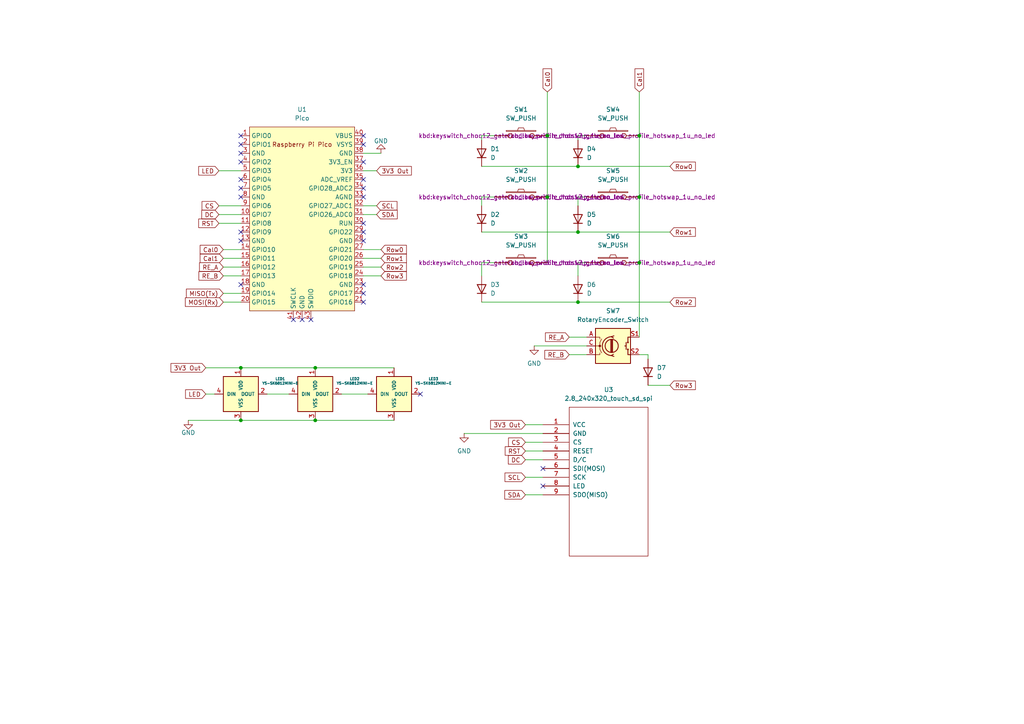
<source format=kicad_sch>
(kicad_sch (version 20231120) (generator "eeschema") (generator_version "8.0")
  (paper "A4")
  (lib_symbols
    (symbol "Device:D" (pin_numbers hide) (pin_names (offset 1.016) hide)
      (property "Reference" "D" (at 0 2.54 0))
      (property "Value" "D" (at 0 -2.54 0))
      (symbol "D_0_1"
        (polyline (pts (xy -1.27 1.27) (xy -1.27 -1.27)) (stroke (width 0.254)))
        (polyline (pts (xy 1.27 0) (xy -1.27 0)))
        (polyline (pts (xy 1.27 1.27) (xy 1.27 -1.27) (xy -1.27 0) (xy 1.27 1.27)) (stroke (width 0.254)))
      )
      (symbol "D_1_1"
        (pin passive line (at -3.81 0 0) (length 2.54) (name "K") (number "1"))
        (pin passive line (at 3.81 0 180) (length 2.54) (name "A") (number "2"))
      )
    )
    (symbol "Device:RotaryEncoder_Switch" (pin_names (offset 0.254) hide)
      (property "Reference" "SW" (at 0 6.604 0))
      (property "Value" "RotaryEncoder_Switch" (at 0 -6.604 0))
      (symbol "RotaryEncoder_Switch_0_1"
        (rectangle (start -5.08 5.08) (end 5.08 -5.08) (stroke (width 0.254)) (fill (type background)))
        (circle (center -3.81 0) (radius 0.254) (fill (type outline)))
        (circle (center -0.381 0) (radius 1.905) (stroke (width 0.254)))
        (arc (start -0.381 2.667) (mid -3.0988 -0.0635) (end -0.381 -2.794) (stroke (width 0.254)))
        (polyline (pts (xy -0.635 -1.778) (xy -0.635 1.778)) (stroke (width 0.254)))
        (polyline (pts (xy -0.381 -1.778) (xy -0.381 1.778)) (stroke (width 0.254)))
        (polyline (pts (xy -0.127 1.778) (xy -0.127 -1.778)) (stroke (width 0.254)))
        (polyline (pts (xy 3.81 0) (xy 3.429 0)) (stroke (width 0.254)))
        (polyline (pts (xy 3.81 1.016) (xy 3.81 -1.016)) (stroke (width 0.254)))
        (polyline (pts (xy -5.08 -2.54) (xy -3.81 -2.54) (xy -3.81 -2.032)))
        (polyline (pts (xy -5.08 2.54) (xy -3.81 2.54) (xy -3.81 2.032)))
        (polyline (pts (xy 0.254 -3.048) (xy -0.508 -2.794) (xy 0.127 -2.413)) (stroke (width 0.254)))
        (polyline (pts (xy 0.254 2.921) (xy -0.508 2.667) (xy 0.127 2.286)) (stroke (width 0.254)))
        (polyline (pts (xy 5.08 -2.54) (xy 4.318 -2.54) (xy 4.318 -1.016)) (stroke (width 0.254)))
        (polyline (pts (xy 5.08 2.54) (xy 4.318 2.54) (xy 4.318 1.016)) (stroke (width 0.254)))
        (polyline (pts (xy -5.08 0) (xy -3.81 0) (xy -3.81 -1.016) (xy -3.302 -2.032)))
        (polyline (pts (xy -4.318 0) (xy -3.81 0) (xy -3.81 1.016) (xy -3.302 2.032)))
        (circle (center 4.318 -1.016) (radius 0.127) (stroke (width 0.254)))
        (circle (center 4.318 1.016) (radius 0.127) (stroke (width 0.254)))
      )
      (symbol "RotaryEncoder_Switch_1_1"
        (pin passive line (at -7.62 2.54 0) (length 2.54) (name "A") (number "A"))
        (pin passive line (at -7.62 -2.54 0) (length 2.54) (name "B") (number "B"))
        (pin passive line (at -7.62 0 0) (length 2.54) (name "C") (number "C"))
        (pin passive line (at 7.62 2.54 180) (length 2.54) (name "S1") (number "S1"))
        (pin passive line (at 7.62 -2.54 180) (length 2.54) (name "S2") (number "S2"))
      )
    )
    (symbol "MCU_RaspberryPi_and_Boards:Pico"
      (property "Reference" "U" (at -13.97 27.94 0))
      (property "Value" "Pico" (at 0 19.05 0))
      (symbol "Pico_0_0"
        (text "Raspberry Pi Pico" (at 0 21.59 0) (effects (font (size 1.27 1.27))))
      )
      (symbol "Pico_0_1"
        (rectangle (start -15.24 26.67) (end 15.24 -26.67) (fill (type background)))
      )
      (symbol "Pico_1_1"
        (pin bidirectional line (at -17.78 24.13 0) (length 2.54) (name "GPIO0") (number "1"))
        (pin bidirectional line (at -17.78 1.27 0) (length 2.54) (name "GPIO7") (number "10"))
        (pin bidirectional line (at -17.78 -1.27 0) (length 2.54) (name "GPIO8") (number "11"))
        (pin bidirectional line (at -17.78 -3.81 0) (length 2.54) (name "GPIO9") (number "12"))
        (pin power_in line (at -17.78 -6.35 0) (length 2.54) (name "GND") (number "13"))
        (pin bidirectional line (at -17.78 -8.89 0) (length 2.54) (name "GPIO10") (number "14"))
        (pin bidirectional line (at -17.78 -11.43 0) (length 2.54) (name "GPIO11") (number "15"))
        (pin bidirectional line (at -17.78 -13.97 0) (length 2.54) (name "GPIO12") (number "16"))
        (pin bidirectional line (at -17.78 -16.51 0) (length 2.54) (name "GPIO13") (number "17"))
        (pin power_in line (at -17.78 -19.05 0) (length 2.54) (name "GND") (number "18"))
        (pin bidirectional line (at -17.78 -21.59 0) (length 2.54) (name "GPIO14") (number "19"))
        (pin bidirectional line (at -17.78 21.59 0) (length 2.54) (name "GPIO1") (number "2"))
        (pin bidirectional line (at -17.78 -24.13 0) (length 2.54) (name "GPIO15") (number "20"))
        (pin bidirectional line (at 17.78 -24.13 180) (length 2.54) (name "GPIO16") (number "21"))
        (pin bidirectional line (at 17.78 -21.59 180) (length 2.54) (name "GPIO17") (number "22"))
        (pin power_in line (at 17.78 -19.05 180) (length 2.54) (name "GND") (number "23"))
        (pin bidirectional line (at 17.78 -16.51 180) (length 2.54) (name "GPIO18") (number "24"))
        (pin bidirectional line (at 17.78 -13.97 180) (length 2.54) (name "GPIO19") (number "25"))
        (pin bidirectional line (at 17.78 -11.43 180) (length 2.54) (name "GPIO20") (number "26"))
        (pin bidirectional line (at 17.78 -8.89 180) (length 2.54) (name "GPIO21") (number "27"))
        (pin power_in line (at 17.78 -6.35 180) (length 2.54) (name "GND") (number "28"))
        (pin bidirectional line (at 17.78 -3.81 180) (length 2.54) (name "GPIO22") (number "29"))
        (pin power_in line (at -17.78 19.05 0) (length 2.54) (name "GND") (number "3"))
        (pin input line (at 17.78 -1.27 180) (length 2.54) (name "RUN") (number "30"))
        (pin bidirectional line (at 17.78 1.27 180) (length 2.54) (name "GPIO26_ADC0") (number "31"))
        (pin bidirectional line (at 17.78 3.81 180) (length 2.54) (name "GPIO27_ADC1") (number "32"))
        (pin power_in line (at 17.78 6.35 180) (length 2.54) (name "AGND") (number "33"))
        (pin bidirectional line (at 17.78 8.89 180) (length 2.54) (name "GPIO28_ADC2") (number "34"))
        (pin power_in line (at 17.78 11.43 180) (length 2.54) (name "ADC_VREF") (number "35"))
        (pin power_in line (at 17.78 13.97 180) (length 2.54) (name "3V3") (number "36"))
        (pin input line (at 17.78 16.51 180) (length 2.54) (name "3V3_EN") (number "37"))
        (pin bidirectional line (at 17.78 19.05 180) (length 2.54) (name "GND") (number "38"))
        (pin power_in line (at 17.78 21.59 180) (length 2.54) (name "VSYS") (number "39"))
        (pin bidirectional line (at -17.78 16.51 0) (length 2.54) (name "GPIO2") (number "4"))
        (pin power_in line (at 17.78 24.13 180) (length 2.54) (name "VBUS") (number "40"))
        (pin input line (at -2.54 -29.21 90) (length 2.54) (name "SWCLK") (number "41"))
        (pin power_in line (at 0 -29.21 90) (length 2.54) (name "GND") (number "42"))
        (pin bidirectional line (at 2.54 -29.21 90) (length 2.54) (name "SWDIO") (number "43"))
        (pin bidirectional line (at -17.78 13.97 0) (length 2.54) (name "GPIO3") (number "5"))
        (pin bidirectional line (at -17.78 11.43 0) (length 2.54) (name "GPIO4") (number "6"))
        (pin bidirectional line (at -17.78 8.89 0) (length 2.54) (name "GPIO5") (number "7"))
        (pin power_in line (at -17.78 6.35 0) (length 2.54) (name "GND") (number "8"))
        (pin bidirectional line (at -17.78 3.81 0) (length 2.54) (name "GPIO6") (number "9"))
      )
    )
    (symbol "TFT Displays:2.8_240x320_touch_sd_spi" (pin_names (offset 1.016))
      (property "Reference" "U3" (at 0 26.67 0))
      (property "Value" "2.8_240x320_touch_sd_spi" (at 0 24.13 0))
      (symbol "2.8_240x320_touch_sd_spi_1_0"
        (rectangle (start -11.43 -21.59) (end 11.43 21.59))
      )
      (symbol "2.8_240x320_touch_sd_spi_1_1"
        (pin passive line (at -19.05 16.51 0) (length 7.62) (name "VCC") (number "1"))
        (pin passive line (at -19.05 13.97 0) (length 7.62) (name "GND") (number "2"))
        (pin passive line (at -19.05 11.43 0) (length 7.62) (name "CS") (number "3"))
        (pin passive line (at -19.05 8.89 0) (length 7.62) (name "RESET") (number "4"))
        (pin passive line (at -19.05 6.35 0) (length 7.62) (name "D/C") (number "5"))
        (pin passive line (at -19.05 3.81 0) (length 7.62) (name "SDI(MOSI)") (number "6"))
        (pin passive line (at -19.05 1.27 0) (length 7.62) (name "SCK") (number "7"))
        (pin passive line (at -19.05 -1.27 0) (length 7.62) (name "LED") (number "8"))
        (pin passive line (at -19.05 -3.81 0) (length 7.62) (name "SDO(MISO)") (number "9"))
      )
    )
    (symbol "kbd:SW_PUSH" (pin_numbers hide) (pin_names (offset 1.016) hide)
      (property "Reference" "SW" (at 3.81 2.794 0))
      (property "Value" "SW_PUSH" (at 0 -2.032 0))
      (symbol "SW_PUSH_0_1"
        (rectangle (start -4.318 1.27) (end 4.318 1.524))
        (polyline (pts (xy -1.016 1.524) (xy -0.762 2.286) (xy 0.762 2.286) (xy 1.016 1.524)))
        (pin passive inverted (at -7.62 0 0) (length 5.08) (name "1") (number "1"))
        (pin passive inverted (at 7.62 0 180) (length 5.08) (name "2") (number "2"))
      )
    )
    (symbol "kbd:YS-SK6812MINI-E" (pin_names (offset 1.016))
      (property "Reference" "LED" (at 2.54 -7.62 0))
      (property "Value" "YS-SK6812MINI-E" (at 6.35 -6.35 0))
      (symbol "YS-SK6812MINI-E_0_1"
        (rectangle (start -5.08 5.08) (end 5.08 -5.08) (stroke (width 0.254)) (fill (type background)))
      )
      (symbol "YS-SK6812MINI-E_1_1"
        (pin power_in line (at 0 7.62 270) (length 2.54) (name "VDD") (number "1"))
        (pin output line (at 7.62 0 180) (length 2.54) (name "DOUT") (number "2"))
        (pin power_in line (at 0 -7.62 90) (length 2.54) (name "VSS") (number "3"))
        (pin input line (at -7.62 0 0) (length 2.54) (name "DIN") (number "4"))
      )
    )
    (symbol "power:GND" (power) (pin_numbers hide) (pin_names (offset 0) hide)
      (property "Value" "GND" (at 0 -3.81 0))
      (symbol "GND_0_1"
        (polyline (pts (xy 0 0) (xy 0 -1.27) (xy 1.27 -1.27) (xy 0 -2.54) (xy -1.27 -1.27) (xy 0 -1.27)))
      )
      (symbol "GND_1_1"
        (pin power_in line (at 0 0 270) (length 0) (name "~") (number "1"))
      )
    )
  )
  (junction (at 185.42 57.15))
  (junction (at 69.85 121.92))
  (junction (at 69.85 106.68))
  (junction (at 91.44 121.92))
  (junction (at 158.75 39.37))
  (junction (at 167.64 87.63))
  (junction (at 185.42 39.37))
  (junction (at 185.42 76.2))
  (junction (at 167.64 67.31))
  (junction (at 167.64 48.26))
  (junction (at 91.44 106.68))
  (junction (at 158.75 57.15))
  (no_connect (at 105.41 67.31))
  (no_connect (at 69.85 67.31))
  (no_connect (at 85.09 92.71))
  (no_connect (at 105.41 82.55))
  (no_connect (at 105.41 39.37))
  (no_connect (at 69.85 46.99))
  (no_connect (at 105.41 64.77))
  (no_connect (at 90.17 92.71))
  (no_connect (at 69.85 44.45))
  (no_connect (at 69.85 39.37))
  (no_connect (at 157.48 140.97))
  (no_connect (at 69.85 57.15))
  (no_connect (at 69.85 69.85))
  (no_connect (at 69.85 52.07))
  (no_connect (at 157.48 135.89))
  (no_connect (at 105.41 69.85))
  (no_connect (at 105.41 57.15))
  (no_connect (at 87.63 92.71))
  (no_connect (at 105.41 54.61))
  (no_connect (at 105.41 41.91))
  (no_connect (at 69.85 54.61))
  (no_connect (at 69.85 41.91))
  (no_connect (at 105.41 87.63))
  (no_connect (at 69.85 82.55))
  (no_connect (at 105.41 46.99))
  (no_connect (at 105.41 85.09))
  (no_connect (at 105.41 52.07))
  (no_connect (at 121.92 114.3))
  (wire (pts (xy 64.77 85.09) (xy 69.85 85.09)))
  (wire (pts (xy 139.7 57.15) (xy 139.7 59.69)))
  (wire (pts (xy 167.64 67.31) (xy 194.31 67.31)))
  (wire (pts (xy 185.42 26.67) (xy 185.42 39.37)))
  (wire (pts (xy 105.41 62.23) (xy 109.22 62.23)))
  (wire (pts (xy 152.4 133.35) (xy 157.48 133.35)))
  (wire (pts (xy 152.4 138.43) (xy 157.48 138.43)))
  (wire (pts (xy 105.41 80.01) (xy 110.49 80.01)))
  (wire (pts (xy 105.41 44.45) (xy 110.49 44.45)))
  (wire (pts (xy 143.51 76.2) (xy 139.7 76.2)))
  (wire (pts (xy 185.42 39.37) (xy 185.42 57.15)))
  (wire (pts (xy 170.18 39.37) (xy 167.64 39.37)))
  (wire (pts (xy 167.64 39.37) (xy 167.64 40.64)))
  (wire (pts (xy 167.64 48.26) (xy 194.31 48.26)))
  (wire (pts (xy 170.18 76.2) (xy 167.64 76.2)))
  (wire (pts (xy 105.41 49.53) (xy 109.22 49.53)))
  (wire (pts (xy 185.42 76.2) (xy 185.42 97.79)))
  (wire (pts (xy 154.94 100.33) (xy 170.18 100.33)))
  (wire (pts (xy 139.7 76.2) (xy 139.7 80.01)))
  (wire (pts (xy 105.41 74.93) (xy 110.49 74.93)))
  (wire (pts (xy 158.75 26.67) (xy 158.75 39.37)))
  (wire (pts (xy 170.18 57.15) (xy 167.64 57.15)))
  (wire (pts (xy 167.64 87.63) (xy 139.7 87.63)))
  (wire (pts (xy 91.44 121.92) (xy 114.3 121.92)))
  (wire (pts (xy 64.77 74.93) (xy 69.85 74.93)))
  (wire (pts (xy 64.77 77.47) (xy 69.85 77.47)))
  (wire (pts (xy 165.1 102.87) (xy 170.18 102.87)))
  (wire (pts (xy 134.62 125.73) (xy 157.48 125.73)))
  (wire (pts (xy 59.69 114.3) (xy 62.23 114.3)))
  (wire (pts (xy 139.7 39.37) (xy 139.7 40.64)))
  (wire (pts (xy 194.31 87.63) (xy 167.64 87.63)))
  (wire (pts (xy 54.61 121.92) (xy 69.85 121.92)))
  (wire (pts (xy 185.42 102.87) (xy 187.96 102.87)))
  (wire (pts (xy 143.51 57.15) (xy 139.7 57.15)))
  (wire (pts (xy 99.06 114.3) (xy 106.68 114.3)))
  (wire (pts (xy 165.1 97.79) (xy 170.18 97.79)))
  (wire (pts (xy 69.85 121.92) (xy 91.44 121.92)))
  (wire (pts (xy 63.5 64.77) (xy 69.85 64.77)))
  (wire (pts (xy 105.41 77.47) (xy 110.49 77.47)))
  (wire (pts (xy 91.44 106.68) (xy 114.3 106.68)))
  (wire (pts (xy 63.5 59.69) (xy 69.85 59.69)))
  (wire (pts (xy 167.64 57.15) (xy 167.64 59.69)))
  (wire (pts (xy 105.41 72.39) (xy 110.49 72.39)))
  (wire (pts (xy 152.4 130.81) (xy 157.48 130.81)))
  (wire (pts (xy 64.77 80.01) (xy 69.85 80.01)))
  (wire (pts (xy 167.64 76.2) (xy 167.64 80.01)))
  (wire (pts (xy 158.75 57.15) (xy 158.75 76.2)))
  (wire (pts (xy 139.7 48.26) (xy 167.64 48.26)))
  (wire (pts (xy 158.75 39.37) (xy 158.75 57.15)))
  (wire (pts (xy 69.85 106.68) (xy 91.44 106.68)))
  (wire (pts (xy 64.77 72.39) (xy 69.85 72.39)))
  (wire (pts (xy 105.41 59.69) (xy 109.22 59.69)))
  (wire (pts (xy 77.47 114.3) (xy 83.82 114.3)))
  (wire (pts (xy 187.96 111.76) (xy 194.31 111.76)))
  (wire (pts (xy 63.5 49.53) (xy 69.85 49.53)))
  (wire (pts (xy 187.96 102.87) (xy 187.96 104.14)))
  (wire (pts (xy 143.51 39.37) (xy 139.7 39.37)))
  (wire (pts (xy 59.69 106.68) (xy 69.85 106.68)))
  (wire (pts (xy 185.42 57.15) (xy 185.42 76.2)))
  (wire (pts (xy 152.4 128.27) (xy 157.48 128.27)))
  (wire (pts (xy 152.4 123.19) (xy 157.48 123.19)))
  (wire (pts (xy 63.5 62.23) (xy 69.85 62.23)))
  (wire (pts (xy 139.7 67.31) (xy 167.64 67.31)))
  (wire (pts (xy 152.4 143.51) (xy 157.48 143.51)))
  (wire (pts (xy 64.77 87.63) (xy 69.85 87.63)))
  (global_label "SDA" (shape input) (at 152.4 143.51 180) (property "Intersheetrefs" "${INTERSHEET_REFS}" (effects (hide yes))))
  (global_label "SCL" (shape input) (at 152.4 138.43 180) (property "Intersheetrefs" "${INTERSHEET_REFS}" (effects (hide yes))))
  (global_label "3V3 Out" (shape input) (at 152.4 123.19 180) (property "Intersheetrefs" "${INTERSHEET_REFS}" (effects (hide yes))))
  (global_label "SCL" (shape input) (at 109.22 59.69 0) (property "Intersheetrefs" "${INTERSHEET_REFS}" (effects (hide yes))))
  (global_label "Row0" (shape input) (at 194.31 48.26 0) (property "Intersheetrefs" "${INTERSHEET_REFS}" (effects (hide yes))))
  (global_label "SDA" (shape input) (at 109.22 62.23 0) (property "Intersheetrefs" "${INTERSHEET_REFS}" (effects (hide yes))))
  (global_label "Row2" (shape input) (at 194.31 87.63 0) (property "Intersheetrefs" "${INTERSHEET_REFS}" (effects (hide yes))))
  (global_label "Row1" (shape input) (at 110.49 74.93 0) (property "Intersheetrefs" "${INTERSHEET_REFS}" (effects (hide yes))))
  (global_label "RE_A" (shape input) (at 64.77 77.47 180) (property "Intersheetrefs" "${INTERSHEET_REFS}" (effects (hide yes))))
  (global_label "CS" (shape input) (at 63.5 59.69 180) (property "Intersheetrefs" "${INTERSHEET_REFS}" (effects (hide yes))))
  (global_label "Row2" (shape input) (at 110.49 77.47 0) (property "Intersheetrefs" "${INTERSHEET_REFS}" (effects (hide yes))))
  (global_label "Row1" (shape input) (at 194.31 67.31 0) (property "Intersheetrefs" "${INTERSHEET_REFS}" (effects (hide yes))))
  (global_label "LED" (shape input) (at 63.5 49.53 180) (property "Intersheetrefs" "${INTERSHEET_REFS}" (effects (hide yes))))
  (global_label "MOSI(Rx)" (shape input) (at 64.77 87.63 180) (property "Intersheetrefs" "${INTERSHEET_REFS}" (effects (hide yes))))
  (global_label "Cal0" (shape input) (at 158.75 26.67 90) (property "Intersheetrefs" "${INTERSHEET_REFS}" (effects (hide yes))))
  (global_label "3V3 Out" (shape input) (at 59.69 106.68 180) (property "Intersheetrefs" "${INTERSHEET_REFS}" (effects (hide yes))))
  (global_label "MISO(Tx)" (shape input) (at 64.77 85.09 180) (property "Intersheetrefs" "${INTERSHEET_REFS}" (effects (hide yes))))
  (global_label "Cal1" (shape input) (at 64.77 74.93 180) (property "Intersheetrefs" "${INTERSHEET_REFS}" (effects (hide yes))))
  (global_label "Cal0" (shape input) (at 64.77 72.39 180) (property "Intersheetrefs" "${INTERSHEET_REFS}" (effects (hide yes))))
  (global_label "RST" (shape input) (at 152.4 130.81 180) (property "Intersheetrefs" "${INTERSHEET_REFS}" (effects (hide yes))))
  (global_label "Row3" (shape input) (at 194.31 111.76 0) (property "Intersheetrefs" "${INTERSHEET_REFS}" (effects (hide yes))))
  (global_label "Row3" (shape input) (at 110.49 80.01 0) (property "Intersheetrefs" "${INTERSHEET_REFS}" (effects (hide yes))))
  (global_label "CS" (shape input) (at 152.4 128.27 180) (property "Intersheetrefs" "${INTERSHEET_REFS}" (effects (hide yes))))
  (global_label "DC" (shape input) (at 152.4 133.35 180) (property "Intersheetrefs" "${INTERSHEET_REFS}" (effects (hide yes))))
  (global_label "RST" (shape input) (at 63.5 64.77 180) (property "Intersheetrefs" "${INTERSHEET_REFS}" (effects (hide yes))))
  (global_label "Row0" (shape input) (at 110.49 72.39 0) (property "Intersheetrefs" "${INTERSHEET_REFS}" (effects (hide yes))))
  (global_label "3V3 Out" (shape input) (at 109.22 49.53 0) (property "Intersheetrefs" "${INTERSHEET_REFS}" (effects (hide yes))))
  (global_label "DC" (shape input) (at 63.5 62.23 180) (property "Intersheetrefs" "${INTERSHEET_REFS}" (effects (hide yes))))
  (global_label "RE_B" (shape input) (at 165.1 102.87 180) (property "Intersheetrefs" "${INTERSHEET_REFS}" (effects (hide yes))))
  (global_label "RE_B" (shape input) (at 64.77 80.01 180) (property "Intersheetrefs" "${INTERSHEET_REFS}" (effects (hide yes))))
  (global_label "Cal1" (shape input) (at 185.42 26.67 90) (property "Intersheetrefs" "${INTERSHEET_REFS}" (effects (hide yes))))
  (global_label "RE_A" (shape input) (at 165.1 97.79 180) (property "Intersheetrefs" "${INTERSHEET_REFS}" (effects (hide yes))))
  (global_label "LED" (shape input) (at 59.69 114.3 180) (property "Intersheetrefs" "${INTERSHEET_REFS}" (effects (hide yes))))
  (symbol (lib_id "kbd:YS-SK6812MINI-E") (at 91.44 114.3 0) (unit 1)
    (property "Reference" "LED2" (at 102.87 109.8865 0) (effects (font (size 0.7366 0.7366))))
    (property "Value" "YS-SK6812MINI-E" (at 102.87 111.1565 0) (effects (font (size 0.7366 0.7366))))
    (property "Footprint" "kbd:YS-SK6812MINI-E" (effects (hide yes)))
  )
  (symbol (lib_id "kbd:SW_PUSH") (at 177.8 39.37 0) (unit 1)
    (property "Reference" "SW4" (at 177.8 31.75 0))
    (property "Value" "SW_PUSH" (at 177.8 34.29 0))
    (property "Footprint" "kbd:keyswitch_choc12_gateron_low_profile_hotswap_1u_no_led" (at 177.8 39.37 0))
  )
  (symbol (lib_id "power:GND") (at 54.61 121.92 0) (unit 1)
    (property "Reference" "#PWR06" (effects (hide yes)))
    (property "Value" "GND" (at 54.61 125.476 0))
    (property "Description" "Power symbol creates a global label with name \"GND\" , ground" (effects (hide yes)))
  )
  (symbol (lib_id "Device:D") (at 139.7 83.82 90) (unit 1)
    (property "Reference" "D3" (at 142.24 82.5499 90) (effects (justify right)))
    (property "Value" "D" (at 142.24 85.0899 90) (effects (justify right)))
    (property "Footprint" "kbd_parts:D_SOD-123-Pretty" (effects (hide yes)))
    (property "Description" "Diode" (effects (hide yes)))
    (property "Sim.Device" "D" (effects (hide yes)))
    (property "Sim.Pins" "1=K 2=A" (effects (hide yes)))
  )
  (symbol (lib_id "Device:D") (at 167.64 63.5 90) (unit 1)
    (property "Reference" "D5" (at 170.18 62.2299 90) (effects (justify right)))
    (property "Value" "D" (at 170.18 64.7699 90) (effects (justify right)))
    (property "Footprint" "kbd_parts:D_SOD-123-Pretty" (effects (hide yes)))
    (property "Description" "Diode" (effects (hide yes)))
    (property "Sim.Device" "D" (effects (hide yes)))
    (property "Sim.Pins" "1=K 2=A" (effects (hide yes)))
  )
  (symbol (lib_id "Device:D") (at 139.7 44.45 90) (unit 1)
    (property "Reference" "D1" (at 142.24 43.1799 90) (effects (justify right)))
    (property "Value" "D" (at 142.24 45.7199 90) (effects (justify right)))
    (property "Footprint" "kbd_parts:D_SOD-123-Pretty" (effects (hide yes)))
    (property "Description" "Diode" (effects (hide yes)))
    (property "Sim.Device" "D" (effects (hide yes)))
    (property "Sim.Pins" "1=K 2=A" (effects (hide yes)))
  )
  (symbol (lib_id "kbd:SW_PUSH") (at 177.8 57.15 0) (unit 1)
    (property "Reference" "SW5" (at 177.8 49.53 0))
    (property "Value" "SW_PUSH" (at 177.8 52.07 0))
    (property "Footprint" "kbd:keyswitch_choc12_gateron_low_profile_hotswap_1u_no_led" (at 177.8 57.15 0))
  )
  (symbol (lib_id "kbd:YS-SK6812MINI-E") (at 69.85 114.3 0) (unit 1)
    (property "Reference" "LED1" (at 81.28 109.8865 0) (effects (font (size 0.7366 0.7366))))
    (property "Value" "YS-SK6812MINI-E" (at 81.28 111.1565 0) (effects (font (size 0.7366 0.7366))))
    (property "Footprint" "kbd:YS-SK6812MINI-E" (effects (hide yes)))
  )
  (symbol (lib_id "Device:RotaryEncoder_Switch") (at 177.8 100.33 0) (unit 1)
    (property "Reference" "SW7" (at 177.8 90.17 0))
    (property "Value" "RotaryEncoder_Switch" (at 177.8 92.71 0))
    (property "Footprint" "Rotary_Encoder:RotaryEncoder_Bourns_Vertical_PEC12R-3x17F-Sxxxx" (effects (hide yes)))
    (property "Description" "Rotary encoder, dual channel, incremental quadrate outputs, with switch" (effects (hide yes)))
  )
  (symbol (lib_id "kbd:YS-SK6812MINI-E") (at 114.3 114.3 0) (unit 1)
    (property "Reference" "LED3" (at 125.73 109.8865 0) (effects (font (size 0.7366 0.7366))))
    (property "Value" "YS-SK6812MINI-E" (at 125.73 111.1565 0) (effects (font (size 0.7366 0.7366))))
    (property "Footprint" "kbd:YS-SK6812MINI-E" (effects (hide yes)))
  )
  (symbol (lib_id "power:GND") (at 110.49 44.45 0) (mirror x) (unit 1)
    (property "Reference" "#PWR04" (effects (hide yes)))
    (property "Value" "GND" (at 110.49 40.894 0))
    (property "Description" "Power symbol creates a global label with name \"GND\" , ground" (effects (hide yes)))
  )
  (symbol (lib_id "Device:D") (at 187.96 107.95 90) (unit 1)
    (property "Reference" "D7" (at 190.5 106.6799 90) (effects (justify right)))
    (property "Value" "D" (at 190.5 109.2199 90) (effects (justify right)))
    (property "Footprint" "kbd_parts:D_SOD-123-Pretty" (effects (hide yes)))
    (property "Description" "Diode" (effects (hide yes)))
    (property "Sim.Device" "D" (effects (hide yes)))
    (property "Sim.Pins" "1=K 2=A" (effects (hide yes)))
  )
  (symbol (lib_id "Device:D") (at 167.64 44.45 90) (unit 1)
    (property "Reference" "D4" (at 170.18 43.1799 90) (effects (justify right)))
    (property "Value" "D" (at 170.18 45.7199 90) (effects (justify right)))
    (property "Footprint" "kbd_parts:D_SOD-123-Pretty" (effects (hide yes)))
    (property "Description" "Diode" (effects (hide yes)))
    (property "Sim.Device" "D" (effects (hide yes)))
    (property "Sim.Pins" "1=K 2=A" (effects (hide yes)))
  )
  (symbol (lib_id "Device:D") (at 167.64 83.82 90) (unit 1)
    (property "Reference" "D6" (at 170.18 82.5499 90) (effects (justify right)))
    (property "Value" "D" (at 170.18 85.0899 90) (effects (justify right)))
    (property "Footprint" "kbd_parts:D_SOD-123-Pretty" (effects (hide yes)))
    (property "Description" "Diode" (effects (hide yes)))
    (property "Sim.Device" "D" (effects (hide yes)))
    (property "Sim.Pins" "1=K 2=A" (effects (hide yes)))
  )
  (symbol (lib_id "power:GND") (at 134.62 125.73 0) (unit 1)
    (property "Reference" "#PWR02" (effects (hide yes)))
    (property "Value" "GND" (at 134.62 130.81 0))
    (property "Description" "Power symbol creates a global label with name \"GND\" , ground" (effects (hide yes)))
  )
  (symbol (lib_id "TFT Displays:2.8_240x320_touch_sd_spi") (at 176.53 139.7 0) (unit 1)
    (property "Reference" "U3" (at 176.53 113.03 0))
    (property "Value" "2.8_240x320_touch_sd_spi" (at 176.53 115.57 0))
    (property "Footprint" "original_tft_display:2.8_tft_240x320_touch_sd_spi" (effects (hide yes)))
    (property "Datasheet" "DOCUMENTATION" (effects (hide yes)))
  )
  (symbol (lib_id "kbd:SW_PUSH") (at 151.13 76.2 0) (unit 1)
    (property "Reference" "SW3" (at 151.13 68.58 0))
    (property "Value" "SW_PUSH" (at 151.13 71.12 0))
    (property "Footprint" "kbd:keyswitch_choc12_gateron_low_profile_hotswap_1u_no_led" (at 151.13 76.2 0))
  )
  (symbol (lib_id "kbd:SW_PUSH") (at 151.13 57.15 0) (unit 1)
    (property "Reference" "SW2" (at 151.13 49.53 0))
    (property "Value" "SW_PUSH" (at 151.13 52.07 0))
    (property "Footprint" "kbd:keyswitch_choc12_gateron_low_profile_hotswap_1u_no_led" (at 151.13 57.15 0))
  )
  (symbol (lib_id "kbd:SW_PUSH") (at 151.13 39.37 0) (unit 1)
    (property "Reference" "SW1" (at 151.13 31.75 0))
    (property "Value" "SW_PUSH" (at 151.13 34.29 0))
    (property "Footprint" "kbd:keyswitch_choc12_gateron_low_profile_hotswap_1u_no_led" (at 151.13 39.37 0))
  )
  (symbol (lib_id "kbd:SW_PUSH") (at 177.8 76.2 0) (unit 1)
    (property "Reference" "SW6" (at 177.8 68.58 0))
    (property "Value" "SW_PUSH" (at 177.8 71.12 0))
    (property "Footprint" "kbd:keyswitch_choc12_gateron_low_profile_hotswap_1u_no_led" (at 177.8 76.2 0))
  )
  (symbol (lib_id "power:GND") (at 154.94 100.33 0) (unit 1)
    (property "Reference" "#PWR01" (effects (hide yes)))
    (property "Value" "GND" (at 154.94 105.41 0))
    (property "Description" "Power symbol creates a global label with name \"GND\" , ground" (effects (hide yes)))
  )
  (symbol (lib_id "Device:D") (at 139.7 63.5 90) (unit 1)
    (property "Reference" "D2" (at 142.24 62.2299 90) (effects (justify right)))
    (property "Value" "D" (at 142.24 64.7699 90) (effects (justify right)))
    (property "Footprint" "kbd_parts:D_SOD-123-Pretty" (effects (hide yes)))
    (property "Description" "Diode" (effects (hide yes)))
    (property "Sim.Device" "D" (effects (hide yes)))
    (property "Sim.Pins" "1=K 2=A" (effects (hide yes)))
  )
  (symbol (lib_id "MCU_RaspberryPi_and_Boards:Pico") (at 87.63 63.5 0) (unit 1)
    (property "Reference" "U1" (at 87.63 31.75 0))
    (property "Value" "Pico" (at 87.63 34.29 0))
    (property "Footprint" "KiCad-RP-Pico-main:RPi_Pico_SMD_TH" (effects (hide yes)))
  )
)
</source>
